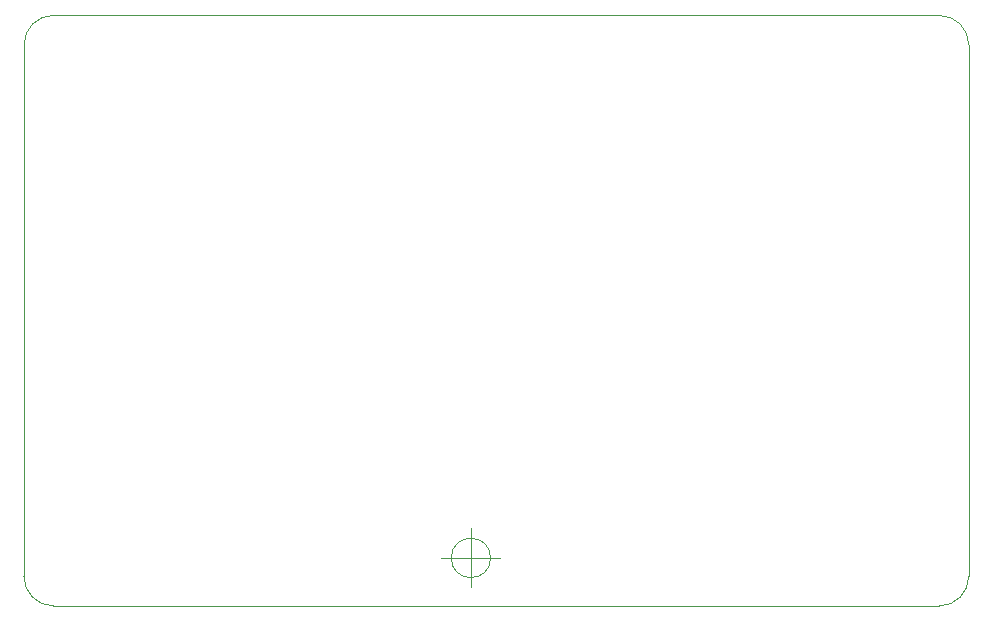
<source format=gbr>
%TF.GenerationSoftware,KiCad,Pcbnew,(5.1.9)-1*%
%TF.CreationDate,2021-02-21T10:06:19+01:00*%
%TF.ProjectId,CanDisplayFoReal,43616e44-6973-4706-9c61-79466f526561,rev?*%
%TF.SameCoordinates,Original*%
%TF.FileFunction,Profile,NP*%
%FSLAX46Y46*%
G04 Gerber Fmt 4.6, Leading zero omitted, Abs format (unit mm)*
G04 Created by KiCad (PCBNEW (5.1.9)-1) date 2021-02-21 10:06:19*
%MOMM*%
%LPD*%
G01*
G04 APERTURE LIST*
%TA.AperFunction,Profile*%
%ADD10C,0.050000*%
%TD*%
G04 APERTURE END LIST*
D10*
X159512666Y-95936000D02*
G75*
G03*
X159512666Y-95936000I-1666666J0D01*
G01*
X155346000Y-95936000D02*
X160346000Y-95936000D01*
X157846000Y-93436000D02*
X157846000Y-98436000D01*
X200000000Y-97500000D02*
G75*
G02*
X197500000Y-100000000I-2500000J0D01*
G01*
X122500000Y-100000000D02*
G75*
G02*
X120000000Y-97500000I0J2500000D01*
G01*
X120000000Y-52500000D02*
G75*
G02*
X122500000Y-50000000I2500000J0D01*
G01*
X197500000Y-50000000D02*
G75*
G02*
X200000000Y-52500000I0J-2500000D01*
G01*
X122500000Y-100000000D02*
X197500000Y-100000000D01*
X120000000Y-52500000D02*
X120000000Y-97500000D01*
X197500000Y-50000000D02*
X122500000Y-50000000D01*
X200000000Y-97500000D02*
X200000000Y-52500000D01*
M02*

</source>
